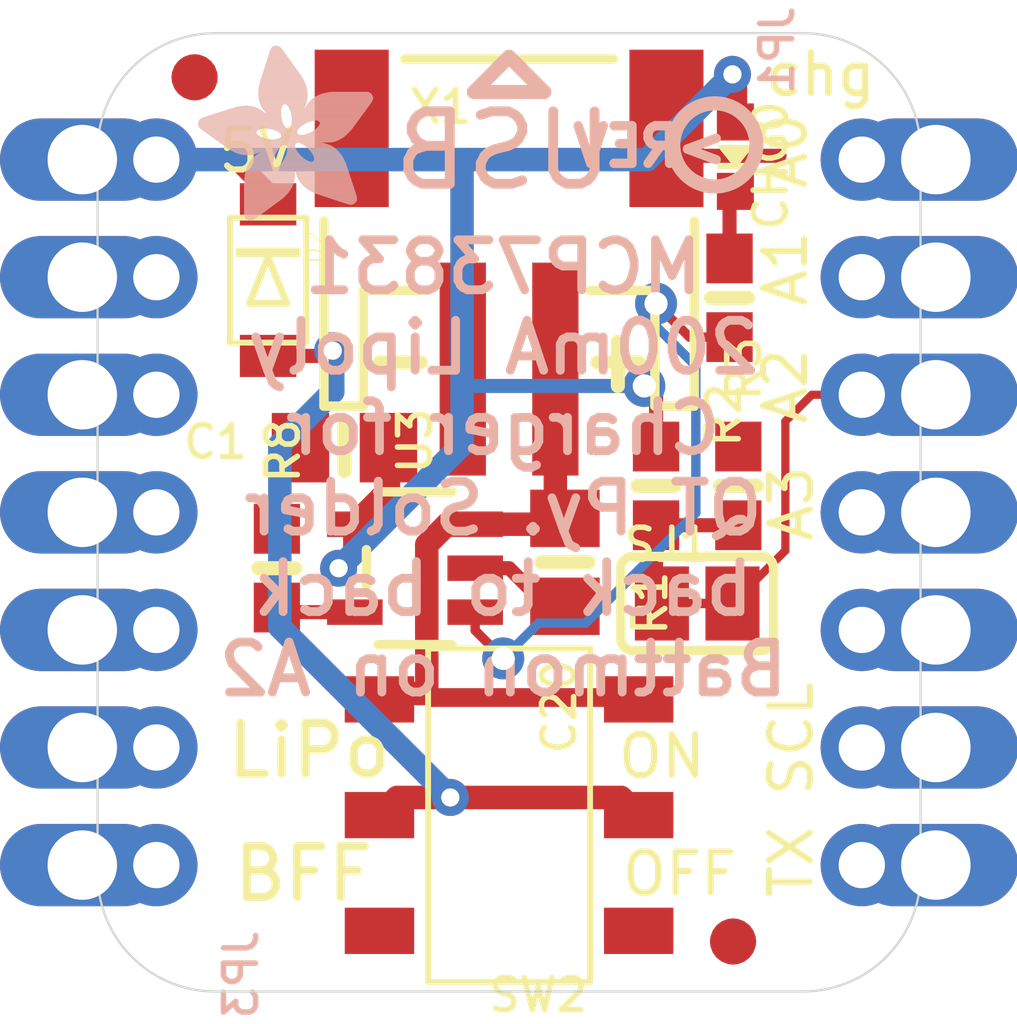
<source format=kicad_pcb>
(kicad_pcb (version 20211014) (generator pcbnew)
  (layers (0 "F.Cu" signal) (1 "In1.Cu" signal) (2 "In2.Cu" signal) (3 "In3.Cu" signal) (4 "In4.Cu" signal) (5 "In5.Cu" signal) (6 "In6.Cu" signal) (7 "In7.Cu" signal) (8 "In8.Cu" signal) (9 "In9.Cu" signal) (10 "In10.Cu" signal) (11 "In11.Cu" signal) (12 "In12.Cu" signal) (13 "In13.Cu" signal) (14 "In14.Cu" signal) (31 "B.Cu" signal) (34 "B.Paste" user) (35 "F.Paste" user) (36 "B.SilkS" user "B.Silkscreen") (37 "F.SilkS" user "F.Silkscreen") (38 "B.Mask" user) (39 "F.Mask" user) (44 "Edge.Cuts" user))
  (net 0 "")
  (net 1 "GND")
  (net 2 "+5V")
  (net 3 "VBAT")
  (net 4 "N$2")
  (net 5 "N$3")
  (net 6 "N$4")
  (net 7 "N$7")
  (net 8 "N$1")
  (net 9 "A2")
  (footprint "boardEagle:0603-NO" (layer "F.Cu") (at 151.6761 104.4321 -90)
    (fp_text reference "R1" (at 1.778 0.127 90) (layer "F.SilkS") (effects (font (size 0.692831 0.692831) (thickness 0.119969)) (justify right)))
    (fp_text value "100K")
    (pad "1" smd rect (at -0.85 0 270) (size 1.075 1) (layers "F.Cu" "F.Paste" "F.Mask") (net 2 "+5V"))
    (pad "2" smd rect (at 0.85 0 270) (size 1.075 1) (layers "F.Cu" "F.Paste" "F.Mask") (net 8 "N$1"))
  )
  (footprint "boardEagle:SOD-123FL" (layer "F.Cu") (at 143.2941 99.9871 -90)
    (fp_text reference "D2" (at -1.1 -1 90) (layer "F.SilkS") (effects (font (size 0.376489 0.376489) (thickness 0.029911)) (justify right)))
    (fp_text value "MBR120")
    (pad "A" smd rect (at 1.6375 0 270) (size 0.91 1.22) (layers "F.Cu" "F.Paste" "F.Mask") (net 7 "N$7"))
    (pad "C" smd rect (at -1.6375 0 270) (size 0.91 1.22) (layers "F.Cu" "F.Paste" "F.Mask") (net 2 "+5V"))
  )
  (footprint "boardEagle:CHIPLED_0603_NOOUTLINE" (layer "F.Cu") (at 153.3906 97.3201 180)
    (fp_text reference "CHG0" (at -0.762 1.27 90) (layer "F.SilkS") (effects (font (size 0.692831 0.692831) (thickness 0.119969)) (justify right)))
    (fp_text value "ORANGE")
    (pad "A" smd rect (at 0 0.75 180) (size 0.8 0.8) (layers "F.Cu" "F.Paste" "F.Mask") (net 2 "+5V"))
    (pad "C" smd rect (at 0 -0.75 180) (size 0.8 0.8) (layers "F.Cu" "F.Paste" "F.Mask") (net 4 "N$2"))
  )
  (footprint "boardEagle:0805-NO" (layer "F.Cu") (at 149.7076 106.0831 -90)
    (fp_text reference "C20" (at 2.032 0.127 90) (layer "F.SilkS") (effects (font (size 0.692831 0.692831) (thickness 0.119969)) (justify right)))
    (fp_text value "10µF")
    (pad "1" smd rect (at -0.95 0 270) (size 1.24 1.5) (layers "F.Cu" "F.Paste" "F.Mask") (net 3 "VBAT"))
    (pad "2" smd rect (at 0.95 0 270) (size 1.24 1.5) (layers "F.Cu" "F.Paste" "F.Mask") (net 1 "GND"))
  )
  (footprint "boardEagle:0603-NO" (layer "F.Cu") (at 153.2636 100.3681 -90)
    (fp_text reference "R2" (at 1.778 0.127 90) (layer "F.SilkS") (effects (font (size 0.692831 0.692831) (thickness 0.119969)) (justify right)))
    (fp_text value "5.1K")
    (pad "1" smd rect (at -0.85 0 270) (size 1.075 1) (layers "F.Cu" "F.Paste" "F.Mask") (net 4 "N$2"))
    (pad "2" smd rect (at 0.85 0 270) (size 1.075 1) (layers "F.Cu" "F.Paste" "F.Mask") (net 5 "N$3"))
  )
  (footprint "boardEagle:SOT23-5" (layer "F.Cu") (at 146.4691 106.2101 90)
    (fp_text reference "U3" (at 1.978 0 90) (layer "F.SilkS") (effects (font (size 0.692831 0.692831) (thickness 0.119969)) (justify left)))
    (fp_text value "MCP73831T-2ACI/OT")
    (pad "1" smd rect (at -0.95 1.3001 90) (size 0.55 1.2) (layers "F.Cu" "F.Paste" "F.Mask") (net 5 "N$3"))
    (pad "2" smd rect (at 0 1.3001 90) (size 0.55 1.2) (layers "F.Cu" "F.Paste" "F.Mask") (net 1 "GND"))
    (pad "3" smd rect (at 0.95 1.3001 90) (size 0.55 1.2) (layers "F.Cu" "F.Paste" "F.Mask") (net 3 "VBAT"))
    (pad "4" smd rect (at 0.95 -1.3001 90) (size 0.55 1.2) (layers "F.Cu" "F.Paste" "F.Mask") (net 2 "+5V"))
    (pad "5" smd rect (at -0.95 -1.3001 90) (size 0.55 1.2) (layers "F.Cu" "F.Paste" "F.Mask") (net 6 "N$4"))
  )
  (footprint "boardEagle:JSTPH2_BATT" (layer "F.Cu") (at 148.5011 98.2091)
    (fp_text reference "X1" (at -2.2225 -1.9685) (layer "F.SilkS") (effects (font (size 0.692831 0.692831) (thickness 0.119969)) (justify left)))
    (fp_text value "JSTPH")
    (pad "1" smd rect (at -1 3.7) (size 1 4.6) (layers "F.Cu" "F.Paste" "F.Mask") (net 1 "GND"))
    (pad "2" smd rect (at 1 3.7) (size 1 4.6) (layers "F.Cu" "F.Paste" "F.Mask") (net 3 "VBAT"))
    (pad "NC1" smd rect (at -3.4 -1.5 90) (size 3.4 1.6) (layers "F.Cu" "F.Paste" "F.Mask") (net 1 "GND"))
    (pad "NC2" smd rect (at 3.4 -1.5 90) (size 3.4 1.6) (layers "F.Cu" "F.Paste" "F.Mask") (net 1 "GND"))
  )
  (footprint "boardEagle:0805-NO" (layer "F.Cu") (at 144.9451 103.6066 180)
    (fp_text reference "C1" (at 2.032 0.127) (layer "F.SilkS") (effects (font (size 0.692831 0.692831) (thickness 0.119969)) (justify right)))
    (fp_text value "10µF")
    (pad "1" smd rect (at -0.95 0 180) (size 1.24 1.5) (layers "F.Cu" "F.Paste" "F.Mask") (net 2 "+5V"))
    (pad "2" smd rect (at 0.95 0 180) (size 1.24 1.5) (layers "F.Cu" "F.Paste" "F.Mask") (net 1 "GND"))
  )
  (footprint "boardEagle:0603-NO" (layer "F.Cu") (at 143.4846 106.2101 90)
    (fp_text reference "R8" (at 1.778 0.127 90) (layer "F.SilkS") (effects (font (size 0.692831 0.692831) (thickness 0.119969)) (justify left)))
    (fp_text value "5.1K")
    (pad "1" smd rect (at -0.85 0 90) (size 1.075 1) (layers "F.Cu" "F.Paste" "F.Mask") (net 6 "N$4"))
    (pad "2" smd rect (at 0.85 0 90) (size 1.075 1) (layers "F.Cu" "F.Paste" "F.Mask") (net 1 "GND"))
  )
  (footprint "boardEagle:EG1390" (layer "F.Cu") (at 148.5011 111.5441 90)
    (fp_text reference "SW2" (at -3.886 1.764) (layer "F.SilkS") (effects (font (size 0.692831 0.692831) (thickness 0.119969)) (justify right)))
    (fp_text value "")
    (pad "" np_thru_hole circle (at 1.5 0 90) (size 1 1) (drill 1) (layers *.Cu *.Mask))
    (pad "" np_thru_hole circle (at -1.5 0 90) (size 1 1) (drill 1) (layers *.Cu *.Mask))
    (pad "O1" smd rect (at -2.5 -2.8 90) (size 1 1.5) (layers "F.Cu" "F.Paste" "F.Mask"))
    (pad "O2" smd rect (at -2.5 2.8 90) (size 1 1.5) (layers "F.Cu" "F.Paste" "F.Mask"))
    (pad "P1" smd rect (at 0 -2.8 90) (size 1 1.5) (layers "F.Cu" "F.Paste" "F.Mask") (net 7 "N$7"))
    (pad "P2" smd rect (at 0 2.8 90) (size 1 1.5) (layers "F.Cu" "F.Paste" "F.Mask") (net 7 "N$7"))
    (pad "S1" smd rect (at 2.5 -2.8 90) (size 1 1.5) (layers "F.Cu" "F.Paste" "F.Mask") (net 3 "VBAT"))
    (pad "S2" smd rect (at 2.5 2.8 90) (size 1 1.5) (layers "F.Cu" "F.Paste" "F.Mask") (net 3 "VBAT"))
  )
  (footprint "boardEagle:SOLDERJUMPER_CLOSEDWIRE" (layer "F.Cu") (at 152.5651 106.9721)
    (fp_text reference "SJ1" (at -1.651 -1.27) (layer "F.SilkS") (effects (font (size 0.692831 0.692831) (thickness 0.119969)) (justify left)))
    (fp_text value "")
    (pad "1" smd rect (at -0.762 0) (size 1.1684 1.6002) (layers "F.Cu") (net 8 "N$1"))
    (pad "2" smd rect (at 0.762 0) (size 1.1684 1.6002) (layers "F.Cu") (net 9 "A2"))
    (pad "WIRE" smd rect (at 0 0 180) (size 0.635 0.2032) (layers "F.Cu"))
  )
  (footprint "boardEagle:0603-NO" (layer "F.Cu") (at 153.4541 104.4321 90)
    (fp_text reference "R3" (at 1.778 0.127 90) (layer "F.SilkS") (effects (font (size 0.692831 0.692831) (thickness 0.119969)) (justify left)))
    (fp_text value "100K")
    (pad "1" smd rect (at -0.85 0 90) (size 1.075 1) (layers "F.Cu" "F.Paste" "F.Mask") (net 8 "N$1"))
    (pad "2" smd rect (at 0.85 0 90) (size 1.075 1) (layers "F.Cu" "F.Paste" "F.Mask") (net 1 "GND"))
  )
  (footprint "boardEagle:FIDUCIAL_1MM" (layer "F.Cu") (at 141.7066 95.6056)
    (fp_text reference "U$8" hide)
    (fp_text value "FIDUCIAL_1MM" hide)
    (pad "1" smd roundrect (at 0 0) (size 1 1) (layers "F.Cu" "F.Mask") (roundrect_rratio 0.5))
  )
  (footprint "boardEagle:FIDUCIAL_1MM" (layer "F.Cu") (at 153.3398 114.2746)
    (fp_text reference "U$6" hide)
    (fp_text value "FIDUCIAL_1MM" hide)
    (pad "1" smd roundrect (at 0 0) (size 1 1) (layers "F.Cu" "F.Mask") (roundrect_rratio 0.5))
  )
  (footprint "boardEagle:1X07_CASTEL" (layer "B.Cu") (at 140.8811 105.0036 90)
    (fp_text reference "JP3" (at -8.9662 1.8288 90) (layer "B.SilkS") (effects (font (size 0.692831 0.692831) (thickness 0.119969)) (justify left mirror)))
    (fp_text value "")
    (pad "1" thru_hole circle (at -7.62 0) (size 1.778 1.778) (drill 1) (layers *.Cu *.Mask))
    (pad "1C" thru_hole oval (at -7.62 -1.6) (size 3.556 1.778) (drill 1.5) (layers *.Cu *.Mask))
    (pad "2" thru_hole circle (at -5.08 0) (size 1.778 1.778) (drill 1) (layers *.Cu *.Mask))
    (pad "2C" thru_hole oval (at -5.08 -1.6) (size 3.556 1.778) (drill 1.5) (layers *.Cu *.Mask))
    (pad "3" thru_hole circle (at -2.54 0) (size 1.778 1.778) (drill 1) (layers *.Cu *.Mask))
    (pad "3C" thru_hole oval (at -2.54 -1.6) (size 3.556 1.778) (drill 1.5) (layers *.Cu *.Mask))
    (pad "4" thru_hole circle (at 0 0) (size 1.778 1.778) (drill 1) (layers *.Cu *.Mask))
    (pad "4C" thru_hole oval (at 0 -1.6) (size 3.556 1.778) (drill 1.5) (layers *.Cu *.Mask))
    (pad "5" thru_hole circle (at 2.54 0) (size 1.778 1.778) (drill 1) (layers *.Cu *.Mask))
    (pad "5C" thru_hole oval (at 2.54 -1.6) (size 3.556 1.778) (drill 1.5) (layers *.Cu *.Mask))
    (pad "6" thru_hole circle (at 5.08 0) (size 1.778 1.778) (drill 1) (layers *.Cu *.Mask) (net 1 "GND"))
    (pad "6C" thru_hole oval (at 5.08 -1.6) (size 3.556 1.778) (drill 1.5) (layers *.Cu *.Mask) (net 1 "GND"))
    (pad "7" thru_hole circle (at 7.62 0) (size 1.778 1.778) (drill 1) (layers *.Cu *.Mask) (net 2 "+5V"))
    (pad "7C" thru_hole oval (at 7.62 -1.6) (size 3.556 1.778) (drill 1.5) (layers *.Cu *.Mask) (net 2 "+5V"))
  )
  (footprint "boardEagle:1X07_CASTEL" (layer "B.Cu") (at 156.1211 105.0036 -90)
    (fp_text reference "JP1" (at -8.9662 1.8288 -270) (layer "B.SilkS") (effects (font (size 0.692831 0.692831) (thickness 0.119969)) (justify right mirror)))
    (fp_text value "")
    (pad "1" thru_hole circle (at -7.62 0 180) (size 1.778 1.778) (drill 1) (layers *.Cu *.Mask))
    (pad "1C" thru_hole oval (at -7.62 -1.6 180) (size 3.556 1.778) (drill 1.5) (layers *.Cu *.Mask))
    (pad "2" thru_hole circle (at -5.08 0 180) (size 1.778 1.778) (drill 1) (layers *.Cu *.Mask))
    (pad "2C" thru_hole oval (at -5.08 -1.6 180) (size 3.556 1.778) (drill 1.5) (layers *.Cu *.Mask))
    (pad "3" thru_hole circle (at -2.54 0 180) (size 1.778 1.778) (drill 1) (layers *.Cu *.Mask) (net 9 "A2"))
    (pad "3C" thru_hole oval (at -2.54 -1.6 180) (size 3.556 1.778) (drill 1.5) (layers *.Cu *.Mask) (net 9 "A2"))
    (pad "4" thru_hole circle (at 0 0 180) (size 1.778 1.778) (drill 1) (layers *.Cu *.Mask))
    (pad "4C" thru_hole oval (at 0 -1.6 180) (size 3.556 1.778) (drill 1.5) (layers *.Cu *.Mask))
    (pad "5" thru_hole circle (at 2.54 0 180) (size 1.778 1.778) (drill 1) (layers *.Cu *.Mask))
    (pad "5C" thru_hole oval (at 2.54 -1.6 180) (size 3.556 1.778) (drill 1.5) (layers *.Cu *.Mask))
    (pad "6" thru_hole circle (at 5.08 0 180) (size 1.778 1.778) (drill 1) (layers *.Cu *.Mask))
    (pad "6C" thru_hole oval (at 5.08 -1.6 180) (size 3.556 1.778) (drill 1.5) (layers *.Cu *.Mask))
    (pad "7" thru_hole circle (at 7.62 0 180) (size 1.778 1.778) (drill 1) (layers *.Cu *.Mask))
    (pad "7C" thru_hole oval (at 7.62 -1.6 180) (size 3.556 1.778) (drill 1.5) (layers *.Cu *.Mask))
  )
  (footprint "boardEagle:PCBFEAT-REV-040" (layer "B.Cu") (at 152.9461 97.0661 180)
    (fp_text reference "U$3" hide)
    (fp_text value "" hide)
    (fp_text user ">REV" (at -0.3556 -0.508) (layer "B.SilkS") (effects (font (size 0.8128 0.8128) (thickness 0.2032)) (justify left bottom mirror)))
  )
  (footprint "boardEagle:ADAFRUIT_3.5MM" (layer "B.Cu") (at 145.5801 98.7171 180)
    (fp_text reference "U$2" hide)
    (fp_text value "" hide)
  )
  (gr_line (start 149.2631 95.9231) (end 147.7391 95.9231) (layer "B.SilkS") (width 0.3048))
  (gr_line (start 148.5011 95.1611) (end 149.2631 95.9231) (layer "B.SilkS") (width 0.3048))
  (gr_line (start 147.7391 95.9231) (end 148.5011 95.1611) (layer "B.SilkS") (width 0.3048))
  (gr_arc (start 139.6111 97.1931) (mid 140.355049 95.397049) (end 142.1511 94.6531) (layer "Edge.Cuts") (width 0.05))
  (gr_line (start 139.6111 112.8141) (end 139.6111 97.1931) (layer "Edge.Cuts") (width 0.05))
  (gr_arc (start 154.8511 94.6531) (mid 156.647151 95.397049) (end 157.3911 97.1931) (layer "Edge.Cuts") (width 0.05))
  (gr_line (start 154.8511 115.3541) (end 142.1511 115.3541) (layer "Edge.Cuts") (width 0.05))
  (gr_arc (start 142.1511 115.3541) (mid 140.355049 114.610151) (end 139.6111 112.8141) (layer "Edge.Cuts") (width 0.05))
  (gr_arc (start 157.3911 112.8141) (mid 156.647151 114.610151) (end 154.8511 115.3541) (layer "Edge.Cuts") (width 0.05))
  (gr_line (start 142.1511 94.6531) (end 154.8511 94.6531) (layer "Edge.Cuts") (width 0.05))
  (gr_line (start 157.3911 97.1931) (end 157.3911 112.8141) (layer "Edge.Cuts") (width 0.05))
  (gr_text "MCP73831\n200mA Lipoly\nCharger for\nQT Py. Solder\nback to back\nBattmon on A2" (at 148.3741 104.0511) (layer "B.SilkS") (effects (font (size 1.0795 1.0795) (thickness 0.1905)) (justify mirror)))
  (gr_text "USB" (at 148.3741 97.1931) (layer "B.SilkS") (effects (font (size 1.56464 1.56464) (thickness 0.21336)) (justify mirror)))
  (gr_text "5V" (at 143.0401 97.1931) (layer "F.SilkS") (effects (font (size 0.88392 0.88392) (thickness 0.13208))))
  (gr_text "SCL" (at 154.5971 109.8931 90) (layer "F.SilkS") (effects (font (size 0.88392 0.88392) (thickness 0.13208))))
  (gr_text "A3" (at 154.5971 104.8131 90) (layer "F.SilkS") (effects (font (size 0.88392 0.88392) (thickness 0.13208))))
  (gr_text "LiPo" (at 144.1831 110.1471) (layer "F.SilkS") (effects (font (size 1.0922 1.0922) (thickness 0.1778))))
  (gr_text "A0" (at 154.4701 97.1931 90) (layer "F.SilkS") (effects (font (size 0.88392 0.88392) (thickness 0.13208))))
  (gr_text "chg" (at 155.2321 95.5421) (layer "F.SilkS") (effects (font (size 0.87376 0.87376) (thickness 0.14224))))
  (gr_text "OFF" (at 152.1841 112.8141) (layer "F.SilkS") (effects (font (size 0.88392 0.88392) (thickness 0.13208))))
  (gr_text "A1" (at 154.4701 99.7331 90) (layer "F.SilkS") (effects (font (size 0.88392 0.88392) (thickness 0.13208))))
  (gr_text "BFF" (at 144.0561 112.8141) (layer "F.SilkS") (effects (font (size 1.0922 1.0922) (thickness 0.1778))))
  (gr_text "ON" (at 151.8031 110.2741) (layer "F.SilkS") (effects (font (size 0.88392 0.88392) (thickness 0.13208))))
  (gr_text "TX" (at 154.5971 112.5601 90) (layer "F.SilkS") (effects (font (size 0.88392 0.88392) (thickness 0.13208))))
  (gr_text "A2" (at 154.4701 102.2731 90) (layer "F.SilkS") (effects (font (size 0.88392 0.88392) (thickness 0.13208))))
  (segment (start 147.7692 106.2101) (end 148.5011 106.2101) (width 0.3048) (layer "F.Cu") (net 1))
  (segment (start 149.3241 107.0331) (end 149.7076 107.0331) (width 0.3048) (layer "F.Cu") (net 1))
  (segment (start 148.5011 106.2101) (end 149.3241 107.0331) (width 0.3048) (layer "F.Cu") (net 1))
  (segment (start 139.2811 99.9236) (end 140.8811 99.9236) (width 0.4064) (layer "F.Cu") (net 1))
  (segment (start 152.008625 96.7091) (end 152.599825 97.3003) (width 0.3048) (layer "F.Cu") (net 1))
  (segment (start 151.9011 96.7091) (end 152.008625 96.7091) (width 0.3048) (layer "F.Cu") (net 1))
  (segment (start 152.599825 97.3003) (end 154.3431 97.3003) (width 0.3048) (layer "F.Cu") (net 1))
  (segment (start 153.3271 95.5421) (end 153.3906 95.6056) (width 0.508) (layer "F.Cu") (net 2))
  (segment (start 144.8181 106.2101) (end 145.169 105.8592) (width 0.508) (layer "F.Cu") (net 2))
  (segment (start 140.8811 97.3836) (end 142.5956 97.3836) (width 0.4064) (layer "F.Cu") (net 2))
  (segment (start 151.6761 103.5821) (end 151.6761 102.4391) (width 0.3048) (layer "F.Cu") (net 2))
  (segment (start 145.169 105.2601) (end 145.169 105.8592) (width 0.508) (layer "F.Cu") (net 2))
  (segment (start 143.2941 98.0821) (end 143.2941 98.3496) (width 0.4064) (layer "F.Cu") (net 2))
  (segment (start 153.3906 96.5701) (end 153.3906 95.6056) (width 0.508) (layer "F.Cu") (net 2))
  (segment (start 151.6761 102.4391) (end 151.5101 102.2731) (width 0.3048) (layer "F.Cu") (net 2))
  (segment (start 145.169 105.2601) (end 145.8951 104.534) (width 0.508) (layer "F.Cu") (net 2))
  (segment (start 142.5956 97.3836) (end 143.2941 98.0821) (width 0.4064) (layer "F.Cu") (net 2))
  (segment (start 139.2811 97.3836) (end 140.8811 97.3836) (width 0.4064) (layer "F.Cu") (net 2))
  (segment (start 151.4221 102.2731) (end 151.5101 102.2731) (width 0.3048) (layer "F.Cu") (net 2))
  (segment (start 145.8951 103.6066) (end 145.8951 104.534) (width 0.508) (layer "F.Cu") (net 2))
  (via (at 153.3271 95.5421) (size 0.8001) (drill 0.3937) (layers "F.Cu" "B.Cu") (net 2))
  (via (at 151.4221 102.2731) (size 0.9064) (drill 0.5) (layers "F.Cu" "B.Cu") (net 2))
  (via (at 144.8181 106.2101) (size 0.8001) (drill 0.3937) (layers "F.Cu" "B.Cu") (net 2))
  (segment (start 151.4856 97.3836) (end 153.3271 95.5421) (width 0.508) (layer "B.Cu") (net 2))
  (segment (start 140.8811 97.3836) (end 147.6121 97.3836) (width 0.508) (layer "B.Cu") (net 2))
  (segment (start 147.4851 97.5106) (end 147.6121 97.3836) (width 0.3048) (layer "B.Cu") (net 2))
  (segment (start 151.4856 97.3836) (end 147.6121 97.3836) (width 0.508) (layer "B.Cu") (net 2))
  (segment (start 147.4851 103.5431) (end 147.4851 102.2731) (width 0.508) (layer "B.Cu") (net 2))
  (segment (start 144.8181 106.2101) (end 147.4851 103.5431) (width 0.508) (layer "B.Cu") (net 2))
  (segment (start 151.4221 102.2731) (end 147.4851 102.2731) (width 0.3048) (layer "B.Cu") (net 2))
  (segment (start 147.4851 102.2731) (end 147.4851 97.5106) (width 0.508) (layer "B.Cu") (net 2))
  (segment (start 151.2611 109.0041) (end 151.3011 109.0441) (width 0.4064) (layer "F.Cu") (net 3))
  (segment (start 146.7231 105.7021) (end 146.7231 108.9171) (width 0.508) (layer "F.Cu") (net 3))
  (segment (start 149.5011 101.9091) (end 149.5011 104.9266) (width 0.508) (layer "F.Cu") (net 3))
  (segment (start 146.3421 108.9171) (end 146.2151 108.9171) (width 0.508) (layer "F.Cu") (net 3))
  (segment (start 147.1651 105.2601) (end 146.7231 105.7021) (width 0.508) (layer "F.Cu") (net 3))
  (segment (start 146.7231 108.9171) (end 146.8101 109.0041) (width 0.4064) (layer "F.Cu") (net 3))
  (segment (start 146.7231 108.9171) (end 146.3421 108.9171) (width 0.508) (layer "F.Cu") (net 3))
  (segment (start 145.7011 109.0441) (end 146.0881 109.0441) (width 0.508) (layer "F.Cu") (net 3))
  (segment (start 149.5806 105.2601) (end 149.7076 105.1331) (width 0.508) (layer "F.Cu") (net 3))
  (segment (start 146.0881 109.0441) (end 146.2151 108.9171) (width 0.508) (layer "F.Cu") (net 3))
  (segment (start 149.5011 104.9266) (end 149.7076 105.1331) (width 0.3048) (layer "F.Cu") (net 3))
  (segment (start 146.8101 109.0041) (end 151.2611 109.0041) (width 0.4064) (layer "F.Cu") (net 3))
  (segment (start 149.5806 105.2601) (end 147.7692 105.2601) (width 0.508) (layer "F.Cu") (net 3))
  (segment (start 147.7692 105.2601) (end 147.1651 105.2601) (width 0.508) (layer "F.Cu") (net 3))
  (segment (start 153.2636 98.1971) (end 153.2636 99.5181) (width 0.3048) (layer "F.Cu") (net 4))
  (segment (start 153.3906 98.0701) (end 153.2636 98.1971) (width 0.3048) (layer "F.Cu") (net 4))
  (segment (start 147.7692 107.1601) (end 147.7692 107.5542) (width 0.2032) (layer "F.Cu") (net 5))
  (segment (start 153.2636 101.2181) (end 152.3991 101.2181) (width 0.2032) (layer "F.Cu") (net 5))
  (segment (start 152.3991 101.2181) (end 151.6761 100.4951) (width 0.2032) (layer "F.Cu") (net 5))
  (segment (start 147.7692 107.5542) (end 148.3741 108.1591) (width 0.2032) (layer "F.Cu") (net 5))
  (via (at 151.6761 100.4951) (size 0.9064) (drill 0.5) (layers "F.Cu" "B.Cu") (net 5))
  (via (at 148.3741 108.1591) (size 0.9064) (drill 0.5) (layers "F.Cu" "B.Cu") (net 5))
  (segment (start 152.5357 101.842644) (end 152.5357 105.0135) (width 0.2032) (layer "B.Cu") (net 5))
  (segment (start 151.6761 100.4951) (end 151.6761 100.983044) (width 0.2032) (layer "B.Cu") (net 5))
  (segment (start 151.6761 100.983044) (end 152.5357 101.842644) (width 0.2032) (layer "B.Cu") (net 5))
  (segment (start 149.1361 107.3971) (end 148.3741 108.1591) (width 0.2032) (layer "B.Cu") (net 5))
  (segment (start 150.1521 107.3971) (end 149.1361 107.3971) (width 0.2032) (layer "B.Cu") (net 5))
  (segment (start 152.5357 105.0135) (end 150.1521 107.3971) (width 0.2032) (layer "B.Cu") (net 5))
  (segment (start 143.5846 107.1601) (end 143.4846 107.0601) (width 0.3048) (layer "F.Cu") (net 6))
  (segment (start 145.169 107.1601) (end 143.5846 107.1601) (width 0.3048) (layer "F.Cu") (net 6))
  (segment (start 145.7011 111.5441) (end 146.0821 111.1631) (width 0.508) (layer "F.Cu") (net 7))
  (segment (start 143.2941 101.6246) (end 144.5776 101.6246) (width 0.3048) (layer "F.Cu") (net 7))
  (segment (start 150.9201 111.1631) (end 151.3011 111.5441) (width 0.508) (layer "F.Cu") (net 7))
  (segment (start 147.2311 111.1631) (end 150.9201 111.1631) (width 0.508) (layer "F.Cu") (net 7))
  (segment (start 144.5776 101.6246) (end 144.6911 101.5111) (width 0.3048) (layer "F.Cu") (net 7))
  (segment (start 146.0821 111.1631) (end 147.2311 111.1631) (width 0.508) (layer "F.Cu") (net 7))
  (via (at 144.6911 101.5111) (size 0.8001) (drill 0.3937) (layers "F.Cu" "B.Cu") (net 7))
  (via (at 147.2311 111.1631) (size 0.8001) (drill 0.3937) (layers "F.Cu" "B.Cu") (net 7))
  (segment (start 144.6911 102.4001) (end 144.6911 101.5111) (width 0.508) (layer "B.Cu") (net 7))
  (segment (start 144.6911 102.4001) (end 143.5481 103.5431) (width 0.508) (layer "B.Cu") (net 7))
  (segment (start 147.2311 111.1631) (end 143.5481 107.4801) (width 0.508) (layer "B.Cu") (net 7))
  (segment (start 143.5481 107.4801) (end 143.5481 103.5431) (width 0.508) (layer "B.Cu") (net 7))
  (segment (start 151.6761 105.2821) (end 151.6761 106.8451) (width 0.3048) (layer "F.Cu") (net 8))
  (segment (start 153.4541 105.2821) (end 151.6761 105.2821) (width 0.3048) (layer "F.Cu") (net 8))
  (segment (start 151.6761 106.8451) (end 151.8031 106.9721) (width 0.3048) (layer "F.Cu") (net 8))
  (segment (start 157.7211 102.4636) (end 155.9941 102.4636) (width 0.4064) (layer "F.Cu") (net 9))
  (segment (start 155.9941 102.4636) (end 155.0416 102.4636) (width 0.1778) (layer "F.Cu") (net 9))
  (segment (start 155.0416 102.4636) (end 154.4701 103.0351) (width 0.1778) (layer "F.Cu") (net 9))
  (segment (start 154.4701 103.0351) (end 154.4701 105.8291) (width 0.1778) (layer "F.Cu") (net 9))
  (segment (start 157.7211 102.4636) (end 156.1211 102.4636) (width 0.4064) (layer "F.Cu") (net 9))
  (segment (start 154.4701 105.8291) (end 153.3271 106.9721) (width 0.1778) (layer "F.Cu") (net 9))
)
</source>
